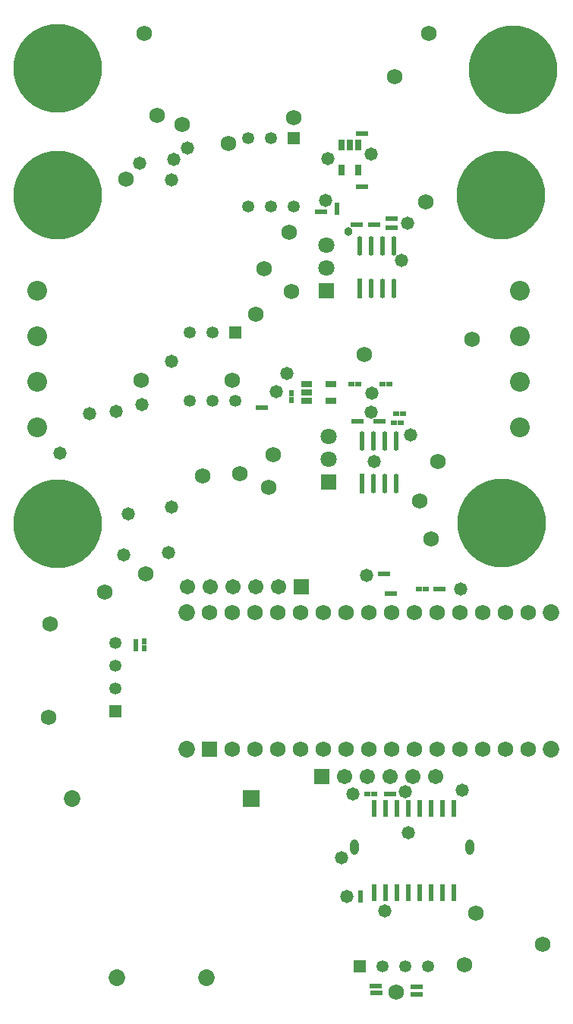
<source format=gts>
G04*
G04 #@! TF.GenerationSoftware,Altium Limited,Altium Designer,23.4.1 (23)*
G04*
G04 Layer_Color=8388736*
%FSLAX44Y44*%
%MOMM*%
G71*
G04*
G04 #@! TF.SameCoordinates,4F8EF9B8-0785-460B-A287-326F995E0807*
G04*
G04*
G04 #@! TF.FilePolarity,Negative*
G04*
G01*
G75*
G04:AMPARAMS|DCode=15|XSize=2.1741mm|YSize=0.5821mm|CornerRadius=0.2911mm|HoleSize=0mm|Usage=FLASHONLY|Rotation=90.000|XOffset=0mm|YOffset=0mm|HoleType=Round|Shape=RoundedRectangle|*
%AMROUNDEDRECTD15*
21,1,2.1741,0.0000,0,0,90.0*
21,1,1.5919,0.5821,0,0,90.0*
1,1,0.5821,0.0000,0.7960*
1,1,0.5821,0.0000,-0.7960*
1,1,0.5821,0.0000,-0.7960*
1,1,0.5821,0.0000,0.7960*
%
%ADD15ROUNDEDRECTD15*%
%ADD16R,0.5821X2.1741*%
%ADD21R,0.5300X1.9800*%
%ADD22R,0.7032X0.5032*%
%ADD23R,0.8032X1.1532*%
%ADD24R,1.1532X0.8032*%
%ADD25R,0.5032X0.7032*%
%ADD26C,1.7272*%
%ADD27C,2.2032*%
%ADD28C,1.8532*%
%ADD29R,1.7272X1.7272*%
%ADD30C,9.9000*%
%ADD31C,1.3500*%
%ADD32R,1.3500X1.3500*%
%ADD33O,0.9652X1.7272*%
%ADD34R,1.3500X1.3500*%
%ADD35C,1.7032*%
%ADD36C,1.8032*%
%ADD37R,1.8532X1.8532*%
%ADD38R,1.8032X1.8032*%
%ADD39R,1.7032X1.7032*%
%ADD40C,1.4732*%
%ADD41C,0.9652*%
D15*
X1372870Y1551940D02*
D03*
X1360170D02*
D03*
Y1504619D02*
D03*
X1372870D02*
D03*
X1385570D02*
D03*
X1347470Y1551940D02*
D03*
X1385570D02*
D03*
X1383030Y1769341D02*
D03*
X1344930D02*
D03*
X1383030Y1722019D02*
D03*
X1370330D02*
D03*
X1357630D02*
D03*
Y1769341D02*
D03*
X1370330D02*
D03*
D16*
X1347470Y1504619D02*
D03*
X1344930Y1722019D02*
D03*
D21*
X1399540Y1141590D02*
D03*
X1374140Y1047890D02*
D03*
Y1141590D02*
D03*
X1361440D02*
D03*
X1386840D02*
D03*
X1399540Y1047890D02*
D03*
X1412240Y1141590D02*
D03*
X1424940D02*
D03*
X1437640D02*
D03*
X1450340D02*
D03*
Y1047890D02*
D03*
X1437640D02*
D03*
X1424940D02*
D03*
X1412240D02*
D03*
X1386840D02*
D03*
X1361440D02*
D03*
D22*
X1232210Y1588770D02*
D03*
X1239210D02*
D03*
X1383990Y1789430D02*
D03*
Y1799590D02*
D03*
X1364630Y1793240D02*
D03*
X1337930D02*
D03*
X1370330Y1573530D02*
D03*
X1346200D02*
D03*
X1390340Y1572260D02*
D03*
X1392880Y1582420D02*
D03*
X1359830Y935990D02*
D03*
X1359520Y943610D02*
D03*
X1437330Y1386840D02*
D03*
X1368720Y1403350D02*
D03*
X1377640Y1615440D02*
D03*
X1382410Y1158240D02*
D03*
X1350970Y1894840D02*
D03*
X1353820Y1158240D02*
D03*
X1405240Y942810D02*
D03*
X1404930Y934720D02*
D03*
X1366520Y943610D02*
D03*
X1366830Y935990D02*
D03*
X1412240Y942810D02*
D03*
X1411930Y934720D02*
D03*
X1351280Y1835150D02*
D03*
X1344930Y1793240D02*
D03*
X1370640Y1615440D02*
D03*
X1339200Y1573530D02*
D03*
X1343040Y1615440D02*
D03*
X1375410Y1158240D02*
D03*
X1360820D02*
D03*
X1357630Y1793240D02*
D03*
X1363330Y1573530D02*
D03*
X1343970Y1894840D02*
D03*
X1305560Y1807210D02*
D03*
X1376990Y1789430D02*
D03*
Y1799590D02*
D03*
X1383340Y1572260D02*
D03*
X1385880Y1582420D02*
D03*
X1344280Y1835150D02*
D03*
X1336040Y1615440D02*
D03*
X1298560Y1807210D02*
D03*
X1376030Y1381760D02*
D03*
X1375720Y1403350D02*
D03*
X1383030Y1381760D02*
D03*
X1430330Y1386840D02*
D03*
X1418280Y1386840D02*
D03*
X1411280D02*
D03*
D23*
X1334160Y1881700D02*
D03*
X1343660D02*
D03*
X1324660D02*
D03*
X1343660Y1854200D02*
D03*
X1324660D02*
D03*
D24*
X1285680Y1605890D02*
D03*
Y1615390D02*
D03*
Y1596390D02*
D03*
X1313180Y1615390D02*
D03*
Y1596390D02*
D03*
D25*
X1346200Y1047130D02*
D03*
X1095210Y1320150D02*
D03*
X1104900Y1320800D02*
D03*
X1346200Y1040130D02*
D03*
X1319530Y1814210D02*
D03*
X1268730Y1604660D02*
D03*
X1104900Y1327800D02*
D03*
X1095210Y1327150D02*
D03*
X1319530Y1807210D02*
D03*
X1268730Y1597660D02*
D03*
D26*
X1211580Y1515110D02*
D03*
X1248410Y1536700D02*
D03*
X1101090Y1619250D02*
D03*
X1549400Y990600D02*
D03*
X1422400Y2006600D02*
D03*
X1104900D02*
D03*
X999490Y1347470D02*
D03*
X1060450Y1383030D02*
D03*
X1203000Y1207770D02*
D03*
X1228400D02*
D03*
X1330000D02*
D03*
X1406200D02*
D03*
X1431600D02*
D03*
X1457000D02*
D03*
X1482400D02*
D03*
X1533200Y1360170D02*
D03*
X1507800D02*
D03*
X1482400D02*
D03*
X1380800D02*
D03*
X1355400D02*
D03*
X1330000D02*
D03*
X1279200D02*
D03*
X1177600D02*
D03*
X1203000D02*
D03*
X1431600D02*
D03*
X1406200D02*
D03*
X1228400D02*
D03*
X1253800D02*
D03*
X1304600D02*
D03*
X1253800Y1207770D02*
D03*
X1279200D02*
D03*
X1355400D02*
D03*
X1380800D02*
D03*
X1304600D02*
D03*
X1533200D02*
D03*
X1507800D02*
D03*
X1457000Y1360170D02*
D03*
X1169670Y1512570D02*
D03*
X1385570Y937260D02*
D03*
X1243330Y1499870D02*
D03*
X1474470Y1024890D02*
D03*
X1118870Y1915160D02*
D03*
X1202690Y1619250D02*
D03*
X1424940Y1442720D02*
D03*
X998220Y1243330D02*
D03*
X1146810Y1905000D02*
D03*
X1238250Y1743710D02*
D03*
X1198880Y1883410D02*
D03*
X1461770Y967740D02*
D03*
X1384300Y1958340D02*
D03*
X1350010Y1648460D02*
D03*
X1470660Y1664970D02*
D03*
X1412240Y1484630D02*
D03*
X1268730Y1718310D02*
D03*
X1084580Y1844040D02*
D03*
X1418590Y1818640D02*
D03*
X1431975Y1529080D02*
D03*
X1271270Y1912620D02*
D03*
X1106170Y1403350D02*
D03*
X1266190Y1784350D02*
D03*
X1229360Y1692910D02*
D03*
D27*
X985520Y1719580D02*
D03*
Y1567180D02*
D03*
Y1668780D02*
D03*
Y1617980D02*
D03*
X1524000D02*
D03*
Y1668780D02*
D03*
Y1719580D02*
D03*
Y1567180D02*
D03*
D28*
X1152200Y1207770D02*
D03*
Y1360170D02*
D03*
X1558600D02*
D03*
Y1207770D02*
D03*
X1174280Y953160D02*
D03*
X1024280Y1153160D02*
D03*
X1074280Y953160D02*
D03*
D29*
X1177600Y1207770D02*
D03*
D30*
X1008380Y1459230D02*
D03*
Y1826260D02*
D03*
X1516380Y1965960D02*
D03*
X1008380Y1967230D02*
D03*
X1502410Y1826260D02*
D03*
X1503680Y1460500D02*
D03*
D31*
X1155700Y1672590D02*
D03*
X1181100Y1596390D02*
D03*
X1206500D02*
D03*
X1155700D02*
D03*
X1181100Y1672590D02*
D03*
X1072070Y1301350D02*
D03*
X1245870Y1889760D02*
D03*
X1072070Y1326750D02*
D03*
X1395730Y965670D02*
D03*
X1370330D02*
D03*
X1072070Y1275950D02*
D03*
X1421130Y965670D02*
D03*
X1220470Y1813560D02*
D03*
X1271270D02*
D03*
X1220470Y1889760D02*
D03*
X1245870Y1813560D02*
D03*
D32*
X1206500Y1672590D02*
D03*
X1072070Y1250550D02*
D03*
X1271270Y1889760D02*
D03*
D33*
X1467350Y1098550D02*
D03*
X1339350D02*
D03*
D34*
X1344930Y965670D02*
D03*
D35*
X1178560Y1389380D02*
D03*
X1430020Y1177290D02*
D03*
X1404620D02*
D03*
X1153160Y1389380D02*
D03*
X1379220Y1177290D02*
D03*
X1353820D02*
D03*
X1229360Y1389380D02*
D03*
X1254760D02*
D03*
X1203960D02*
D03*
X1328420Y1177290D02*
D03*
D36*
X1308100Y1744980D02*
D03*
X1310640Y1531620D02*
D03*
X1308100Y1770380D02*
D03*
X1310640Y1557020D02*
D03*
D37*
X1224280Y1153160D02*
D03*
D38*
X1308100Y1719580D02*
D03*
X1310640Y1506220D02*
D03*
D39*
X1280160Y1389380D02*
D03*
X1303020Y1177290D02*
D03*
D40*
X1073150Y1584960D02*
D03*
X1352640Y1401990D02*
D03*
X1457960Y1386840D02*
D03*
X1102360Y1592580D02*
D03*
X1399540Y1115060D02*
D03*
X1309370Y1866900D02*
D03*
X1010920Y1537970D02*
D03*
X1131570Y1427480D02*
D03*
X1135380Y1478280D02*
D03*
X1358900Y1605280D02*
D03*
X1135088Y1640151D02*
D03*
X1087120Y1470660D02*
D03*
X1459230Y1162050D02*
D03*
X1372870Y1027430D02*
D03*
X1324610Y1087120D02*
D03*
X1398270Y1794510D02*
D03*
X1263923Y1626597D02*
D03*
X1357630Y1583690D02*
D03*
X1402080Y1558290D02*
D03*
X1330960Y1043940D02*
D03*
X1099820Y1861820D02*
D03*
X1135380Y1842770D02*
D03*
X1137920Y1865630D02*
D03*
X1153160Y1878330D02*
D03*
X1043940Y1582420D02*
D03*
X1252220Y1606550D02*
D03*
X1082040Y1424752D02*
D03*
X1337310Y1158240D02*
D03*
X1395617Y1160288D02*
D03*
X1391724Y1753401D02*
D03*
X1357630Y1871980D02*
D03*
X1306830Y1819910D02*
D03*
X1361440Y1529080D02*
D03*
D41*
X1332230Y1785620D02*
D03*
M02*

</source>
